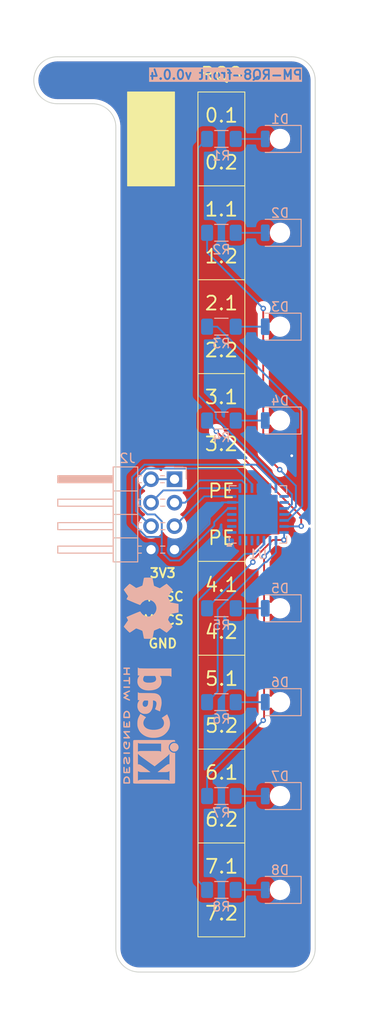
<source format=kicad_pcb>
(kicad_pcb (version 20240108) (generator "pcbnew") (generator_version "8.0")
  (title_block (title "${article} v${version}") (date "2024-07-12"))
  (layers (0 "F.Cu" signal) (31 "B.Cu" signal) (34 "B.Paste" user) (35 "F.Paste" user) (36 "B.SilkS" user "B.Silkscreen") (37 "F.SilkS" user "F.Silkscreen") (38 "B.Mask" user) (39 "F.Mask" user) (44 "Edge.Cuts" user))
  (property "article" "PM-RQ8-front")
  (property "version" "0.0.4")
  (net 0 "")
  (net 1 "GND")
  (net 2 "/MISO")
  (net 3 "/SCK")
  (net 4 "+3.3V")
  (net 5 "/MOSI")
  (net 6 "/CS")
  (net 7 "Net-(D1-A)")
  (net 8 "Net-(D2-A)")
  (net 9 "Net-(D3-A)")
  (net 10 "Net-(D4-A)")
  (net 11 "Net-(D5-A)")
  (net 12 "Net-(D6-A)")
  (net 13 "Net-(D7-A)")
  (net 14 "Net-(D8-A)")
  (net 15 "/0")
  (net 16 "/1")
  (net 17 "/2")
  (net 18 "/3")
  (net 19 "/4")
  (net 20 "/5")
  (net 21 "/6")
  (net 22 "/7")
  (footprint "kicad_inventree_lib:LED_1206_3216Metric_ReverseMount_Hole1.8x2.4mm" (layer "B.Cu") (at 77.47 110.49 180)
    (property "Reference" "D5" (at 0 2.145 0) (layer "B.SilkS") (effects (justify mirror)))
    (property "Value" "Green")
    (pad "" np_thru_hole oval (at 0 0 180) (size 1.7 1.7) (drill oval 1.7) (layers "F&B.Cu" "*.Mask"))
    (pad "1" smd roundrect (at -1.6 0 180) (size 0.95 1.8) (layers "B.Cu" "B.Paste" "B.Mask") (roundrect_rratio 0.2) (net 1 "GND"))
    (pad "2" smd roundrect (at 1.6 0 180) (size 0.95 1.8) (layers "B.Cu" "B.Paste" "B.Mask") (roundrect_rratio 0.2) (net 11 "Net-(D5-A)"))
  )
  (footprint "Resistor_SMD:R_1206_3216Metric_Pad1.30x1.75mm_HandSolder" (layer "B.Cu") (at 71.12 59.69)
    (property "Reference" "R1" (at 0 1.82 0) (layer "B.SilkS") (effects (justify mirror)))
    (property "Value" "270")
    (pad "1" smd roundrect (at -1.55 0) (size 1.3 1.75) (layers "B.Cu" "B.Paste" "B.Mask") (roundrect_rratio 0.192308) (net 15 "/0"))
    (pad "2" smd roundrect (at 1.55 0) (size 1.3 1.75) (layers "B.Cu" "B.Paste" "B.Mask") (roundrect_rratio 0.192308) (net 7 "Net-(D1-A)"))
  )
  (footprint "Resistor_SMD:R_1206_3216Metric_Pad1.30x1.75mm_HandSolder" (layer "B.Cu") (at 71.12 130.81)
    (property "Reference" "R7" (at 0 1.82 0) (layer "B.SilkS") (effects (justify mirror)))
    (property "Value" "270")
    (pad "1" smd roundrect (at -1.55 0) (size 1.3 1.75) (layers "B.Cu" "B.Paste" "B.Mask") (roundrect_rratio 0.192308) (net 21 "/6"))
    (pad "2" smd roundrect (at 1.55 0) (size 1.3 1.75) (layers "B.Cu" "B.Paste" "B.Mask") (roundrect_rratio 0.192308) (net 13 "Net-(D7-A)"))
  )
  (footprint "kicad_inventree_lib:LED_1206_3216Metric_ReverseMount_Hole1.8x2.4mm" (layer "B.Cu") (at 77.47 90.17 180)
    (property "Reference" "D4" (at 0 2.145 0) (layer "B.SilkS") (effects (justify mirror)))
    (property "Value" "Green")
    (pad "" np_thru_hole oval (at 0 0 180) (size 1.7 1.7) (drill oval 1.7) (layers "F&B.Cu" "*.Mask"))
    (pad "1" smd roundrect (at -1.6 0 180) (size 0.95 1.8) (layers "B.Cu" "B.Paste" "B.Mask") (roundrect_rratio 0.2) (net 1 "GND"))
    (pad "2" smd roundrect (at 1.6 0 180) (size 0.95 1.8) (layers "B.Cu" "B.Paste" "B.Mask") (roundrect_rratio 0.2) (net 10 "Net-(D4-A)"))
  )
  (footprint "Resistor_SMD:R_1206_3216Metric_Pad1.30x1.75mm_HandSolder" (layer "B.Cu") (at 71.12 140.97)
    (property "Reference" "R8" (at 0 1.82 0) (layer "B.SilkS") (effects (justify mirror)))
    (property "Value" "270")
    (pad "1" smd roundrect (at -1.55 0) (size 1.3 1.75) (layers "B.Cu" "B.Paste" "B.Mask") (roundrect_rratio 0.192308) (net 22 "/7"))
    (pad "2" smd roundrect (at 1.55 0) (size 1.3 1.75) (layers "B.Cu" "B.Paste" "B.Mask") (roundrect_rratio 0.192308) (net 14 "Net-(D8-A)"))
  )
  (footprint "Resistor_SMD:R_1206_3216Metric_Pad1.30x1.75mm_HandSolder" (layer "B.Cu") (at 71.12 80.01)
    (property "Reference" "R3" (at 0 1.82 0) (layer "B.SilkS") (effects (justify mirror)))
    (property "Value" "270")
    (pad "1" smd roundrect (at -1.55 0) (size 1.3 1.75) (layers "B.Cu" "B.Paste" "B.Mask") (roundrect_rratio 0.192308) (net 17 "/2"))
    (pad "2" smd roundrect (at 1.55 0) (size 1.3 1.75) (layers "B.Cu" "B.Paste" "B.Mask") (roundrect_rratio 0.192308) (net 9 "Net-(D3-A)"))
  )
  (footprint "kicad_inventree_lib:LED_1206_3216Metric_ReverseMount_Hole1.8x2.4mm" (layer "B.Cu") (at 77.47 80.01 180)
    (property "Reference" "D3" (at 0 2.145 0) (layer "B.SilkS") (effects (justify mirror)))
    (property "Value" "Green")
    (pad "" np_thru_hole oval (at 0 0 180) (size 1.7 1.7) (drill oval 1.7) (layers "F&B.Cu" "*.Mask"))
    (pad "1" smd roundrect (at -1.6 0 180) (size 0.95 1.8) (layers "B.Cu" "B.Paste" "B.Mask") (roundrect_rratio 0.2) (net 1 "GND"))
    (pad "2" smd roundrect (at 1.6 0 180) (size 0.95 1.8) (layers "B.Cu" "B.Paste" "B.Mask") (roundrect_rratio 0.2) (net 9 "Net-(D3-A)"))
  )
  (footprint "Symbol:OSHW-Symbol_6.7x6mm_SilkScreen" (layer "B.Cu") (at 63.5 110.49 90)
    (property "Reference" "REF**" (hide yes))
    (property "Value" "OSHW-Symbol_6.7x6mm_SilkScreen" (hide yes))
  )
  (footprint "Resistor_SMD:R_1206_3216Metric_Pad1.30x1.75mm_HandSolder" (layer "B.Cu") (at 71.12 110.49)
    (property "Reference" "R5" (at 0 1.82 0) (layer "B.SilkS") (effects (justify mirror)))
    (property "Value" "270")
    (pad "1" smd roundrect (at -1.55 0) (size 1.3 1.75) (layers "B.Cu" "B.Paste" "B.Mask") (roundrect_rratio 0.192308) (net 19 "/4"))
    (pad "2" smd roundrect (at 1.55 0) (size 1.3 1.75) (layers "B.Cu" "B.Paste" "B.Mask") (roundrect_rratio 0.192308) (net 11 "Net-(D5-A)"))
  )
  (footprint "kicad_inventree_lib:LED_1206_3216Metric_ReverseMount_Hole1.8x2.4mm" (layer "B.Cu") (at 77.47 120.65 180)
    (property "Reference" "D6" (at 0 2.145 0) (layer "B.SilkS") (effects (justify mirror)))
    (property "Value" "Green")
    (pad "" np_thru_hole oval (at 0 0 180) (size 1.7 1.7) (drill oval 1.7) (layers "F&B.Cu" "*.Mask"))
    (pad "1" smd roundrect (at -1.6 0 180) (size 0.95 1.8) (layers "B.Cu" "B.Paste" "B.Mask") (roundrect_rratio 0.2) (net 1 "GND"))
    (pad "2" smd roundrect (at 1.6 0 180) (size 0.95 1.8) (layers "B.Cu" "B.Paste" "B.Mask") (roundrect_rratio 0.2) (net 12 "Net-(D6-A)"))
  )
  (footprint "Package_DFN_QFN:QFN-28-1EP_6x6mm_P0.65mm_EP4.25x4.25mm" (layer "B.Cu") (at 75.08 100.33)
    (property "Reference" "U1" (at 0 4.31 0) (layer "B.SilkS") (effects (justify mirror)))
    (property "Value" "MCP23S17_ML")
    (pad "1" smd roundrect (at -2.8375 1.95) (size 1.025 0.3) (layers "B.Cu" "B.Paste" "B.Mask"))
    (pad "2" smd roundrect (at -2.8375 1.3) (size 1.025 0.3) (layers "B.Cu" "B.Paste" "B.Mask"))
    (pad "3" smd roundrect (at -2.8375 0.65) (size 1.025 0.3) (layers "B.Cu" "B.Paste" "B.Mask"))
    (pad "4" smd roundrect (at -2.8375 0) (size 1.025 0.3) (layers "B.Cu" "B.Paste" "B.Mask"))
    (pad "5" smd roundrect (at -2.8375 -0.65) (size 1.025 0.3) (layers "B.Cu" "B.Paste" "B.Mask") (net 4 "+3.3V"))
    (pad "6" smd roundrect (at -2.8375 -1.3) (size 1.025 0.3) (layers "B.Cu" "B.Paste" "B.Mask") (net 1 "GND"))
    (pad "7" smd roundrect (at -2.8375 -1.95) (size 1.025 0.3) (layers "B.Cu" "B.Paste" "B.Mask") (net 6 "/CS"))
    (pad "8" smd roundrect (at -1.95 -2.8375) (size 0.3 1.025) (layers "B.Cu" "B.Paste" "B.Mask") (net 3 "/SCK"))
    (pad "9" smd roundrect (at -1.3 -2.8375) (size 0.3 1.025) (layers "B.Cu" "B.Paste" "B.Mask") (net 5 "/MOSI"))
    (pad "10" smd roundrect (at -0.65 -2.8375) (size 0.3 1.025) (layers "B.Cu" "B.Paste" "B.Mask") (net 2 "/MISO"))
    (pad "11" smd roundrect (at 0 -2.8375) (size 0.3 1.025) (layers "B.Cu" "B.Paste" "B.Mask") (net 1 "GND"))
    (pad "12" smd roundrect (at 0.65 -2.8375) (size 0.3 1.025) (layers "B.Cu" "B.Paste" "B.Mask") (net 1 "GND"))
    (pad "13" smd roundrect (at 1.3 -2.8375) (size 0.3 1.025) (layers "B.Cu" "B.Paste" "B.Mask") (net 1 "GND"))
    (pad "14" smd roundrect (at 1.95 -2.8375) (size 0.3 1.025) (layers "B.Cu" "B.Paste" "B.Mask") (net 4 "+3.3V"))
    (pad "15" smd roundrect (at 2.8375 -1.95) (size 1.025 0.3) (layers "B.Cu" "B.Paste" "B.Mask"))
    (pad "16" smd roundrect (at 2.8375 -1.3) (size 1.025 0.3) (layers "B.Cu" "B.Paste" "B.Mask"))
    (pad "17" smd roundrect (at 2.8375 -0.65) (size 1.025 0.3) (layers "B.Cu" "B.Paste" "B.Mask") (net 15 "/0"))
    (pad "18" smd roundrect (at 2.8375 0) (size 1.025 0.3) (layers "B.Cu" "B.Paste" "B.Mask") (net 16 "/1"))
    (pad "19" smd roundrect (at 2.8375 0.65) (size 1.025 0.3) (layers "B.Cu" "B.Paste" "B.Mask") (net 17 "/2"))
    (pad "20" smd roundrect (at 2.8375 1.3) (size 1.025 0.3) (layers "B.Cu" "B.Paste" "B.Mask") (net 18 "/3"))
    (pad "21" smd roundrect (at 2.8375 1.95) (size 1.025 0.3) (layers "B.Cu" "B.Paste" "B.Mask") (net 19 "/4"))
    (pad "22" smd roundrect (at 1.95 2.8375) (size 0.3 1.025) (layers "B.Cu" "B.Paste" "B.Mask") (net 20 "/5"))
    (pad "23" smd roundrect (at 1.3 2.8375) (size 0.3 1.025) (layers "B.Cu" "B.Paste" "B.Mask") (net 21 "/6"))
    (pad "24" smd roundrect (at 0.65 2.8375) (size 0.3 1.025) (layers "B.Cu" "B.Paste" "B.Mask") (net 22 "/7"))
    (pad "25" smd roundrect (at 0 2.8375) (size 0.3 1.025) (layers "B.Cu" "B.Paste" "B.Mask"))
    (pad "26" smd roundrect (at -0.65 2.8375) (size 0.3 1.025) (layers "B.Cu" "B.Paste" "B.Mask"))
    (pad "27" smd roundrect (at -1.3 2.8375) (size 0.3 1.025) (layers "B.Cu" "B.Paste" "B.Mask"))
    (pad "28" smd roundrect (at -1.95 2.8375) (size 0.3 1.025) (layers "B.Cu" "B.Paste" "B.Mask"))
    (pad "29" smd rect (at 0 0) (size 4.25 4.25) (property pad_prop_heatsink) (layers "B.Cu" "B.Mask") (net 1 "GND"))
  )
  (footprint "Resistor_SMD:R_1206_3216Metric_Pad1.30x1.75mm_HandSolder" (layer "B.Cu") (at 71.12 90.17)
    (property "Reference" "R4" (at 0 1.82 0) (layer "B.SilkS") (effects (justify mirror)))
    (property "Value" "270")
    (pad "1" smd roundrect (at -1.55 0) (size 1.3 1.75) (layers "B.Cu" "B.Paste" "B.Mask") (roundrect_rratio 0.192308) (net 18 "/3"))
    (pad "2" smd roundrect (at 1.55 0) (size 1.3 1.75) (layers "B.Cu" "B.Paste" "B.Mask") (roundrect_rratio 0.192308) (net 10 "Net-(D4-A)"))
  )
  (footprint "Resistor_SMD:R_1206_3216Metric_Pad1.30x1.75mm_HandSolder" (layer "B.Cu") (at 71.12 69.85)
    (property "Reference" "R2" (at 0 1.82 0) (layer "B.SilkS") (effects (justify mirror)))
    (property "Value" "270")
    (pad "1" smd roundrect (at -1.55 0) (size 1.3 1.75) (layers "B.Cu" "B.Paste" "B.Mask") (roundrect_rratio 0.192308) (net 16 "/1"))
    (pad "2" smd roundrect (at 1.55 0) (size 1.3 1.75) (layers "B.Cu" "B.Paste" "B.Mask") (roundrect_rratio 0.192308) (net 8 "Net-(D2-A)"))
  )
  (footprint "kicad_inventree_lib:LED_1206_3216Metric_ReverseMount_Hole1.8x2.4mm" (layer "B.Cu") (at 77.47 59.69 180)
    (property "Reference" "D1" (at 0 2.145 0) (layer "B.SilkS") (effects (justify mirror)))
    (property "Value" "Green")
    (pad "" np_thru_hole oval (at 0 0 180) (size 1.7 1.7) (drill oval 1.7) (layers "F&B.Cu" "*.Mask"))
    (pad "1" smd roundrect (at -1.6 0 180) (size 0.95 1.8) (layers "B.Cu" "B.Paste" "B.Mask") (roundrect_rratio 0.2) (net 1 "GND"))
    (pad "2" smd roundrect (at 1.6 0 180) (size 0.95 1.8) (layers "B.Cu" "B.Paste" "B.Mask") (roundrect_rratio 0.2) (net 7 "Net-(D1-A)"))
  )
  (footprint "kicad_inventree_lib:LED_1206_3216Metric_ReverseMount_Hole1.8x2.4mm" (layer "B.Cu") (at 77.47 69.85 180)
    (property "Reference" "D2" (at 0 2.145 0) (layer "B.SilkS") (effects (justify mirror)))
    (property "Value" "Green")
    (pad "" np_thru_hole oval (at 0 0 180) (size 1.7 1.7) (drill oval 1.7) (layers "F&B.Cu" "*.Mask"))
    (pad "1" smd roundrect (at -1.6 0 180) (size 0.95 1.8) (layers "B.Cu" "B.Paste" "B.Mask") (roundrect_rratio 0.2) (net 1 "GND"))
    (pad "2" smd roundrect (at 1.6 0 180) (size 0.95 1.8) (layers "B.Cu" "B.Paste" "B.Mask") (roundrect_rratio 0.2) (net 8 "Net-(D2-A)"))
  )
  (footprint "Resistor_SMD:R_1206_3216Metric_Pad1.30x1.75mm_HandSolder" (layer "B.Cu") (at 71.12 120.65)
    (property "Reference" "R6" (at 0 1.82 0) (layer "B.SilkS") (effects (justify mirror)))
    (property "Value" "270")
    (pad "1" smd roundrect (at -1.55 0) (size 1.3 1.75) (layers "B.Cu" "B.Paste" "B.Mask") (roundrect_rratio 0.192308) (net 20 "/5"))
    (pad "2" smd roundrect (at 1.55 0) (size 1.3 1.75) (layers "B.Cu" "B.Paste" "B.Mask") (roundrect_rratio 0.192308) (net 12 "Net-(D6-A)"))
  )
  (footprint "Symbol:KiCad-Logo2_5mm_SilkScreen" (layer "B.Cu") (at 63.5 123.19 90)
    (property "Reference" "Logo_kicad" (hide yes))
    (property "Value" "KiCad-Logo2_5mm_SilkScreen" (hide yes))
  )
  (footprint "kicad_inventree_lib:LED_1206_3216Metric_ReverseMount_Hole1.8x2.4mm" (layer "B.Cu") (at 77.47 140.97 180)
    (property "Reference" "D8" (at 0 2.145 0) (layer "B.SilkS") (effects (justify mirror)))
    (property "Value" "Green")
    (pad "" np_thru_hole oval (at 0 0 180) (size 1.7 1.7) (drill oval 1.7) (layers "F&B.Cu" "*.Mask"))
    (pad "1" smd roundrect (at -1.6 0 180) (size 0.95 1.8) (layers "B.Cu" "B.Paste" "B.Mask") (roundrect_rratio 0.2) (net 1 "GND"))
    (pad "2" smd roundrect (at 1.6 0 180) (size 0.95 1.8) (layers "B.Cu" "B.Paste" "B.Mask") (roundrect_rratio 0.2) (net 14 "Net-(D8-A)"))
  )
  (footprint "kicad_inventree_lib:LED_1206_3216Metric_ReverseMount_Hole1.8x2.4mm" (layer "B.Cu") (at 77.47 130.81 180)
    (property "Reference" "D7" (at 0 2.145 0) (layer "B.SilkS") (effects (justify mirror)))
    (property "Value" "Green")
    (pad "" np_thru_hole oval (at 0 0 180) (size 1.7 1.7) (drill oval 1.7) (layers "F&B.Cu" "*.Mask"))
    (pad "1" smd roundrect (at -1.6 0 180) (size 0.95 1.8) (layers "B.Cu" "B.Paste" "B.Mask") (roundrect_rratio 0.2) (net 1 "GND"))
    (pad "2" smd roundrect (at 1.6 0 180) (size 0.95 1.8) (layers "B.Cu" "B.Paste" "B.Mask") (roundrect_rratio 0.2) (net 13 "Net-(D7-A)"))
  )
  (footprint "Connector_PinHeader_2.54mm:PinHeader_2x04_P2.54mm_Horizontal" (layer "B.Cu") (at 66.04 96.52 180)
    (property "Reference" "J2" (at 5.08 2.27 0) (layer "B.SilkS") (effects (justify mirror)))
    (property "Value" "PinHeader_02x04_P2.54_THT_angle")
    (pad "1" thru_hole rect (at 0 0 180) (size 1.7 1.7) (drill 1) (layers "*.Cu" "*.Mask") (net 4 "+3.3V"))
    (pad "2" thru_hole oval (at 2.54 0 180) (size 1.7 1.7) (drill 1) (layers "*.Cu" "*.Mask") (net 4 "+3.3V"))
    (pad "3" thru_hole oval (at 0 -2.54 180) (size 1.7 1.7) (drill 1) (layers "*.Cu" "*.Mask") (net 3 "/SCK"))
    (pad "4" thru_hole oval (at 2.54 -2.54 180) (size 1.7 1.7) (drill 1) (layers "*.Cu" "*.Mask") (net 5 "/MOSI"))
    (pad "5" thru_hole oval (at 0 -5.08 180) (size 1.7 1.7) (drill 1) (layers "*.Cu" "*.Mask") (net 6 "/CS"))
    (pad "6" thru_hole oval (at 2.54 -5.08 180) (size 1.7 1.7) (drill 1) (layers "*.Cu" "*.Mask") (net 2 "/MISO"))
    (pad "7" thru_hole oval (at 0 -7.62 180) (size 1.7 1.7) (drill 1) (layers "*.Cu" "*.Mask") (net 1 "GND"))
    (pad "8" thru_hole oval (at 2.54 -7.62 180) (size 1.7 1.7) (drill 1) (layers "*.Cu" "*.Mask") (net 1 "GND"))
  )
  (gr_line (start 68.58 54.61) (end 73.66 54.61) (stroke (width 0.1)) (layer "F.SilkS"))
  (gr_line (start 68.552762 64.77) (end 73.632762 64.77) (stroke (width 0.1)) (layer "F.SilkS"))
  (gr_line (start 68.58 105.41) (end 73.66 105.41) (stroke (width 0.1)) (layer "F.SilkS"))
  (gr_rect (start 60.96 54.61) (end 66.04 64.77) (stroke (width 0.1)) (fill solid) (layer "F.SilkS"))
  (gr_line (start 68.58 135.89) (end 73.66 135.89) (stroke (width 0.1)) (layer "F.SilkS"))
  (gr_line (start 68.58 115.57) (end 73.66 115.57) (stroke (width 0.1)) (layer "F.SilkS"))
  (gr_line (start 68.58 146.05) (end 73.66 146.05) (stroke (width 0.1)) (layer "F.SilkS"))
  (gr_line (start 68.58 85.09) (end 73.66 85.09) (stroke (width 0.1)) (layer "F.SilkS"))
  (gr_line (start 68.58 95.25) (end 73.66 95.25) (stroke (width 0.1)) (layer "F.SilkS"))
  (gr_line (start 68.58 125.73) (end 73.66 125.73) (stroke (width 0.1)) (layer "F.SilkS"))
  (gr_line (start 68.58 54.61) (end 68.58 146.05) (stroke (width 0.1)) (layer "F.SilkS"))
  (gr_line (start 68.58 74.93) (end 73.66 74.93) (stroke (width 0.1)) (layer "F.SilkS"))
  (gr_line (start 73.66 146.05) (end 73.66 54.61) (stroke (width 0.1)) (layer "F.SilkS"))
  (gr_line (start 81.28 53.34) (end 81.28 147.32) (stroke (width 0.1)) (layer "Edge.Cuts"))
  (gr_arc (start 78.74 50.8) (mid 80.536051 51.543949) (end 81.28 53.34) (stroke (width 0.1)) (layer "Edge.Cuts"))
  (gr_arc (start 62.23 149.86) (mid 60.433949 149.116051) (end 59.69 147.32) (stroke (width 0.1)) (layer "Edge.Cuts"))
  (gr_line (start 62.23 149.86) (end 78.74 149.86) (stroke (width 0.1)) (layer "Edge.Cuts"))
  (gr_arc (start 57.15 55.88) (mid 58.946051 56.623949) (end 59.69 58.42) (stroke (width 0.1)) (layer "Edge.Cuts"))
  (gr_arc (start 53.34 55.88) (mid 51.543949 55.136051) (end 50.8 53.34) (stroke (width 0.1)) (layer "Edge.Cuts"))
  (gr_arc (start 81.28 147.32) (mid 80.536051 149.116051) (end 78.74 149.86) (stroke (width 0.1)) (layer "Edge.Cuts"))
  (gr_line (start 53.34 50.8) (end 78.74 50.8) (stroke (width 0.1)) (layer "Edge.Cuts"))
  (gr_line (start 59.69 58.42) (end 59.69 147.32) (stroke (width 0.1)) (layer "Edge.Cuts"))
  (gr_arc (start 50.8 53.34) (mid 51.543949 51.543949) (end 53.34 50.8) (stroke (width 0.1)) (layer "Edge.Cuts"))
  (gr_line (start 53.34 55.88) (end 57.15 55.88) (stroke (width 0.1)) (layer "Edge.Cuts"))
  (gr_text "${article} v${version}" (at 80.01 53.34 0) (layer "B.SilkS" knockout) (effects (font (size 1 1) (thickness 0.2) (bold yes)) (justify left bottom mirror)))
  (gr_text "1.1" (at 71.12 67.31 0) (layer "F.SilkS") (effects (font (size 1.5 1.5) (thickness 0.2))))
  (gr_text "RQ8" (at 71.12 52.705 0) (layer "F.SilkS") (effects (font (size 1.5 1.5) (thickness 0.2))))
  (gr_text "3.1" (at 71.12 87.63 0) (layer "F.SilkS") (effects (font (size 1.5 1.5) (thickness 0.2))))
  (gr_text "2.2" (at 71.12 82.55 0) (layer "F.SilkS") (effects (font (size 1.5 1.5) (thickness 0.2))))
  (gr_text "7.1" (at 71.147238 138.43 0) (layer "F.SilkS") (effects (font (size 1.5 1.5) (thickness 0.2))))
  (gr_text "PE" (at 71.12 97.79 0) (layer "F.SilkS") (effects (font (size 1.5 1.5) (thickness 0.2))))
  (gr_text "6.1" (at 71.147238 128.27 0) (layer "F.SilkS") (effects (font (size 1.5 1.5) (thickness 0.2))))
  (gr_text "4.1" (at 71.12 107.95 0) (layer "F.SilkS") (effects (font (size 1.5 1.5) (thickness 0.2))))
  (gr_text "MO" (at 63.5 109.22 0) (layer "F.SilkS") (effects (font (size 1 1) (thickness 0.2) (bold yes))))
  (gr_text "GND" (at 64.77 114.3 0) (layer "F.SilkS") (effects (font (size 1 1) (thickness 0.2) (bold yes))))
  (gr_text "4.2" (at 71.12 113.03 0) (layer "F.SilkS") (effects (font (size 1.5 1.5) (thickness 0.2))))
  (gr_text "7.2" (at 71.147238 143.51 0) (layer "F.SilkS") (effects (font (size 1.5 1.5) (thickness 0.2))))
  (gr_text "1.2" (at 71.12 72.39 0) (layer "F.SilkS") (effects (font (size 1.5 1.5) (thickness 0.2))))
  (gr_text "2.1" (at 71.12 77.47 0) (layer "F.SilkS") (effects (font (size 1.5 1.5) (thickness 0.2))))
  (gr_text "6.2" (at 71.147238 133.35 0) (layer "F.SilkS") (effects (font (size 1.5 1.5) (thickness 0.2))))
  (gr_text "5.1" (at 71.147238 118.11 0) (layer "F.SilkS") (effects (font (size 1.5 1.5) (thickness 0.2))))
  (gr_text "0.2" (at 71.12 62.23 0) (layer "F.SilkS") (effects (font (size 1.5 1.5) (thickness 0.2))))
  (gr_text "5.2" (at 71.147238 123.19 0) (layer "F.SilkS") (effects (font (size 1.5 1.5) (thickness 0.2))))
  (gr_text "PE" (at 71.12 102.87 0) (layer "F.SilkS") (effects (font (size 1.5 1.5) (thickness 0.2))))
  (gr_text "3V3" (at 64.77 106.68 0) (layer "F.SilkS") (effects (font (size 1 1) (thickness 0.2) (bold yes))))
  (gr_text "MI" (at 63.5 111.76 0) (layer "F.SilkS") (effects (font (size 1 1) (thickness 0.2) (bold yes))))
  (gr_text "0.1" (at 71.12 57.15 0) (layer "F.SilkS") (effects (font (size 1.5 1.5) (thickness 0.2))))
  (gr_text "3.2" (at 71.12 92.71 0) (layer "F.SilkS") (effects (font (size 1.5 1.5) (thickness 0.2))))
  (gr_text "CS" (at 66.04 111.76 0) (layer "F.SilkS") (effects (font (size 1 1) (thickness 0.2) (bold yes))))
  (gr_text "SC" (at 66.04 109.22 0) (layer "F.SilkS") (effects (font (size 1 1) (thickness 0.2) (bold yes))))
  (via (at 78.74 93.98) (size 0.6) (drill 0.3) (layers "F.Cu" "B.Cu") (net 1))
  (segment (start 73.69 99.03) (end 73.78 99.03) (width 0.2) (layer "B.Cu") (net 1))
  (segment (start 73.78 99.03) (end 75.08 100.33) (width 0.2) (layer "B.Cu") (net 1))
  (segment (start 76.38 99.03) (end 75.08 100.33) (width 0.2) (layer "B.Cu") (net 1))
  (segment (start 72.2425 99.03) (end 71.15 99.03) (width 0.2) (layer "B.Cu") (net 1))
  (segment (start 75.73 97.4925) (end 75.73 99.68) (width 0.2) (layer "B.Cu") (net 1))
  (segment (start 73.66 99.06) (end 73.69 99.03) (width 0.2) (layer "B.Cu") (net 1))
  (segment (start 69.85 100.33) (end 69.85 101.346) (width 0.2) (layer "B.Cu") (net 1))
  (segment (start 67.056 104.14) (end 66.04 104.14) (width 0.2) (layer "B.Cu") (net 1))
  (segment (start 72.2425 99.03) (end 73.63 99.03) (width 0.2) (layer "B.Cu") (net 1))
  (segment (start 75.73 99.68) (end 75.08 100.33) (width 0.2) (layer "B.Cu") (net 1))
  (segment (start 73.63 99.03) (end 73.66 99.06) (width 0.2) (layer "B.Cu") (net 1))
  (segment (start 75.08 97.4925) (end 75.08 100.33) (width 0.2) (layer "B.Cu") (net 1))
  (segment (start 69.85 101.346) (end 67.056 104.14) (width 0.2) (layer "B.Cu") (net 1))
  (segment (start 71.15 99.03) (end 69.85 100.33) (width 0.2) (layer "B.Cu") (net 1))
  (segment (start 76.38 97.4925) (end 76.38 99.03) (width 0.2) (layer "B.Cu") (net 1))
  (segment (start 72.7522 95.3683) (end 62.9804 95.3683) (width 0.2) (layer "B.Cu") (net 2))
  (segment (start 74.43 97.0461) (end 72.7522 95.3683) (width 0.2) (layer "B.Cu") (net 2))
  (segment (start 61.8793 96.4694) (end 61.8793 99.9793) (width 0.2) (layer "B.Cu") (net 2))
  (segment (start 74.43 97.4925) (end 74.43 97.0461) (width 0.2) (layer "B.Cu") (net 2))
  (segment (start 61.8793 99.9793) (end 63.5 101.6) (width 0.2) (layer "B.Cu") (net 2))
  (segment (start 62.9804 95.3683) (end 61.8793 96.4694) (width 0.2) (layer "B.Cu") (net 2))
  (segment (start 66.04 99.06) (end 67.1917 99.06) (width 0.2) (layer "B.Cu") (net 3))
  (segment (start 67.1917 99.06) (end 68.7592 97.4925) (width 0.2) (layer "B.Cu") (net 3))
  (segment (start 68.7592 97.4925) (end 73.13 97.4925) (width 0.2) (layer "B.Cu") (net 3))
  (segment (start 72.2425 99.68) (end 71.8373 99.68) (width 0.2) (layer "B.Cu") (net 4))
  (segment (start 64.6635 102.7666) (end 64.6635 101.0752) (width 0.2) (layer "B.Cu") (net 4))
  (segment (start 70.3405 101.1768) (end 70.3405 101.5399) (width 0.2) (layer "B.Cu") (net 4))
  (segment (start 61.4372 96.2988) (end 61.4372 101.2123) (width 0.2) (layer "B.Cu") (net 4))
  (segment (start 77.03 97.0682) (end 74.9074 94.9456) (width 0.2) (layer "B.Cu") (net 4))
  (segment (start 74.9074 94.9456) (end 62.7904 94.9456) (width 0.2) (layer "B.Cu") (net 4))
  (segment (start 62.9915 102.7666) (end 64.6635 102.7666) (width 0.2) (layer "B.Cu") (net 4))
  (segment (start 62.3199 97.7001) (end 63.5 96.52) (width 0.2) (layer "B.Cu") (net 4))
  (segment (start 77.03 97.4925) (end 77.03 97.0682) (width 0.2) (layer "B.Cu") (net 4))
  (segment (start 64.6635 104.4181) (end 64.6635 102.7666) (width 0.2) (layer "B.Cu") (net 4))
  (segment (start 61.4372 101.2123) (end 62.9915 102.7666) (width 0.2) (layer "B.Cu") (net 4))
  (segment (start 70.3405 101.5399) (end 66.5589 105.3215) (width 0.2) (layer "B.Cu") (net 4))
  (segment (start 62.3199 99.5425) (end 62.3199 97.7001) (width 0.2) (layer "B.Cu") (net 4))
  (segment (start 71.8373 99.68) (end 70.3405 101.1768) (width 0.2) (layer "B.Cu") (net 4))
  (segment (start 63.9183 100.33) (end 63.1074 100.33) (width 0.2) (layer "B.Cu") (net 4))
  (segment (start 62.7904 94.9456) (end 61.4372 96.2988) (width 0.2) (layer "B.Cu") (net 4))
  (segment (start 66.5589 105.3215) (end 65.5669 105.3215) (width 0.2) (layer "B.Cu") (net 4))
  (segment (start 65.5669 105.3215) (end 64.6635 104.4181) (width 0.2) (layer "B.Cu") (net 4))
  (segment (start 63.1074 100.33) (end 62.3199 99.5425) (width 0.2) (layer "B.Cu") (net 4))
  (segment (start 64.6635 101.0752) (end 63.9183 100.33) (width 0.2) (layer "B.Cu") (net 4))
  (segment (start 63.5 96.52) (end 66.04 96.52) (width 0.2) (layer "B.Cu") (net 4))
  (segment (start 73.78 97.0969) (end 73.3254 96.6423) (width 0.2) (layer "B.Cu") (net 5))
  (segment (start 73.78 97.4925) (end 73.78 97.0969) (width 0.2) (layer "B.Cu") (net 5))
  (segment (start 68.7724 96.6423) (end 67.6847 97.73) (width 0.2) (layer "B.Cu") (net 5))
  (segment (start 64.83 97.73) (end 63.5 99.06) (width 0.2) (layer "B.Cu") (net 5))
  (segment (start 73.3254 96.6423) (end 68.7724 96.6423) (width 0.2) (layer "B.Cu") (net 5))
  (segment (start 67.6847 97.73) (end 64.83 97.73) (width 0.2) (layer "B.Cu") (net 5))
  (segment (start 69.26 98.38) (end 72.2425 98.38) (width 0.2) (layer "B.Cu") (net 6))
  (segment (start 66.04 101.6) (end 69.26 98.38) (width 0.2) (layer "B.Cu") (net 6))
  (segment (start 72.67 59.69) (end 75.87 59.69) (width 0.2) (layer "B.Cu") (net 7))
  (segment (start 72.67 69.85) (end 75.87 69.85) (width 0.2) (layer "B.Cu") (net 8))
  (segment (start 72.67 80.01) (end 75.87 80.01) (width 0.2) (layer "B.Cu") (net 9))
  (segment (start 72.67 90.17) (end 75.87 90.17) (width 0.2) (layer "B.Cu") (net 10))
  (segment (start 72.67 110.49) (end 75.87 110.49) (width 0.2) (layer "B.Cu") (net 11))
  (segment (start 72.67 120.65) (end 75.87 120.65) (width 0.2) (layer "B.Cu") (net 12))
  (segment (start 72.67 130.81) (end 75.87 130.81) (width 0.2) (layer "B.Cu") (net 13))
  (segment (start 72.67 140.97) (end 75.87 140.97) (width 0.2) (layer "B.Cu") (net 14))
  (segment (start 68.6173 60.6427) (end 69.57 59.69) (width 0.2) (layer "B.Cu") (net 15))
  (segment (start 78.759 98.1419) (end 70.5227 89.9056) (width 0.2) (layer "B.Cu") (net 15))
  (segment (start 68.6173 87.4108) (end 68.6173 60.6427) (width 0.2) (layer "B.Cu") (net 15))
  (segment (start 70.5227 89.9056) (end 70.5227 89.3162) (width 0.2) (layer "B.Cu") (net 15))
  (segment (start 78.759 99.2341) (end 78.759 98.1419) (width 0.2) (layer "B.Cu") (net 15))
  (segment (start 77.9175 99.68) (end 78.3131 99.68) (width 0.2) (layer "B.Cu") (net 15))
  (segment (start 78.3131 99.68) (end 78.759 99.2341) (width 0.2) (layer "B.Cu") (net 15))
  (segment (start 70.5227 89.3162) (end 68.6173 87.4108) (width 0.2) (layer "B.Cu") (net 15))
  (segment (start 75.6539 93.6966) (end 75.6539 78.0409) (width 0.2) (layer "F.Cu") (net 16))
  (segment (start 77.4421 95.4848) (end 75.6539 93.6966) (width 0.2) (layer "F.Cu") (net 16))
  (via (at 75.6539 78.0409) (size 0.6) (drill 0.3) (layers "F.Cu" "B.Cu") (net 16))
  (via (at 77.4421 95.4848) (size 0.6) (drill 0.3) (layers "F.Cu" "B.Cu") (net 16))
  (segment (start 77.9175 100.33) (end 78.3654 100.33) (width 0.2) (layer "B.Cu") (net 16))
  (segment (start 79.1891 99.5063) (end 79.1891 97.2318) (width 0.2) (layer "B.Cu") (net 16))
  (segment (start 78.3654 100.33) (end 79.1891 99.5063) (width 0.2) (layer "B.Cu") (net 16))
  (segment (start 79.1891 97.2318) (end 77.4421 95.4848) (width 0.2) (layer "B.Cu") (net 16))
  (segment (start 75.6539 78.0409) (end 69.57 71.957) (width 0.2) (layer "B.Cu") (net 16))
  (segment (start 69.57 71.957) (end 69.57 69.85) (width 0.2) (layer "B.Cu") (net 16))
  (segment (start 79.8728 99.4203) (end 79.8728 89.2037) (width 0.2) (layer "B.Cu") (net 17))
  (segment (start 70.6791 80.01) (end 69.57 80.01) (width 0.2) (layer "B.Cu") (net 17))
  (segment (start 78.3131 100.98) (end 79.8728 99.4203) (width 0.2) (layer "B.Cu") (net 17))
  (segment (start 79.8728 89.2037) (end 70.6791 80.01) (width 0.2) (layer "B.Cu") (net 17))
  (segment (start 77.9175 100.98) (end 78.3131 100.98) (width 0.2) (layer "B.Cu") (net 17))
  (segment (start 79.7656 100.5254) (end 79.7656 101.5993) (width 0.2) (layer "F.Cu") (net 18))
  (segment (start 70.5746 91.3344) (end 79.7656 100.5254) (width 0.2) (layer "F.Cu") (net 18))
  (via (at 70.5746 91.3344) (size 0.6) (drill 0.3) (layers "F.Cu" "B.Cu") (net 18))
  (via (at 79.7656 101.5993) (size 0.6) (drill 0.3) (layers "F.Cu" "B.Cu") (net 18))
  (segment (start 69.57 90.17) (end 69.57 90.3298) (width 0.2) (layer "B.Cu") (net 18))
  (segment (start 79.7349 101.63) (end 79.7656 101.5993) (width 0.2) (layer "B.Cu") (net 18))
  (segment (start 69.57 90.3298) (end 70.5746 91.3344) (width 0.2) (layer "B.Cu") (net 18))
  (segment (start 77.9175 101.63) (end 79.7349 101.63) (width 0.2) (layer "B.Cu") (net 18))
  (segment (start 76.6845 103.0968) (end 74.5286 105.2527) (width 0.2) (layer "F.Cu") (net 19))
  (segment (start 77.8857 103.0968) (end 76.6845 103.0968) (width 0.2) (layer "F.Cu") (net 19))
  (segment (start 74.5286 105.2527) (end 74.5286 105.4942) (width 0.2) (layer "F.Cu") (net 19))
  (via (at 74.5286 105.4942) (size 0.6) (drill 0.3) (layers "F.Cu" "B.Cu") (net 19))
  (via (at 77.8857 103.0968) (size 0.6) (drill 0.3) (layers "F.Cu" "B.Cu") (net 19))
  (segment (start 77.9175 103.065) (end 77.8857 103.0968) (width 0.2) (layer "B.Cu") (net 19))
  (segment (start 69.57 110.4528) (end 69.57 110.49) (width 0.2) (layer "B.Cu") (net 19))
  (segment (start 77.9175 102.28) (end 77.9175 103.065) (width 0.2) (layer "B.Cu") (net 19))
  (segment (start 74.5286 105.4942) (end 69.57 110.4528) (width 0.2) (layer "B.Cu") (net 19))
  (segment (start 70.7198 119.5002) (end 70.7198 110.6337) (width 0.2) (layer "B.Cu") (net 20))
  (segment (start 75.9945 105.4885) (end 77.03 104.453) (width 0.2) (layer "B.Cu") (net 20))
  (segment (start 70.7198 110.6337) (end 75.865 105.4885) (width 0.2) (layer "B.Cu") (net 20))
  (segment (start 77.03 104.453) (end 77.03 103.1675) (width 0.2) (layer "B.Cu") (net 20))
  (segment (start 75.865 105.4885) (end 75.9945 105.4885) (width 0.2) (layer "B.Cu") (net 20))
  (segment (start 69.57 120.65) (end 70.7198 119.5002) (width 0.2) (layer "B.Cu") (net 20))
  (segment (start 75.7453 122.5262) (end 75.6539 122.6176) (width 0.2) (layer "F.Cu") (net 21))
  (segment (start 75.7453 104.8868) (end 75.7453 122.5262) (width 0.2) (layer "F.Cu") (net 21))
  (via (at 75.7453 104.8868) (size 0.6) (drill 0.3) (layers "F.Cu" "B.Cu") (net 21))
  (via (at 75.6539 122.6176) (size 0.6) (drill 0.3) (layers "F.Cu" "B.Cu") (net 21))
  (segment (start 75.6539 122.6176) (end 69.57 128.7015) (width 0.2) (layer "B.Cu") (net 21))
  (segment (start 76.38 104.2521) (end 75.7453 104.8868) (width 0.2) (layer "B.Cu") (net 21))
  (segment (start 76.38 103.1675) (end 76.38 104.2521) (width 0.2) (layer "B.Cu") (net 21))
  (segment (start 69.57 128.7015) (end 69.57 130.81) (width 0.2) (layer "B.Cu") (net 21))
  (segment (start 74.7203 104.5954) (end 73.632 104.5954) (width 0.2) (layer "B.Cu") (net 22))
  (segment (start 75.73 103.1675) (end 75.73 103.5857) (width 0.2) (layer "B.Cu") (net 22))
  (segment (start 68.5997 139.9997) (end 69.57 140.97) (width 0.2) (layer "B.Cu") (net 22))
  (segment (start 75.73 103.5857) (end 74.7203 104.5954) (width 0.2) (layer "B.Cu") (net 22))
  (segment (start 68.5997 109.6277) (end 68.5997 139.9997) (width 0.2) (layer "B.Cu") (net 22))
  (segment (start 73.632 104.5954) (end 68.5997 109.6277) (width 0.2) (layer "B.Cu") (net 22))
  (zone (net 1) (net_name "GND") (layers "F&B.Cu") (connect_pads yes (clearance 0.5)) (min_thickness 0.25) (fill yes (thermal_gap 0.5) (thermal_bridge_width 0.5))
    (polygon (pts (xy 50.8 50.8) (xy 81.28 50.8) (xy 81.28 149.86) (xy 50.8 149.86)))
  )
)
</source>
